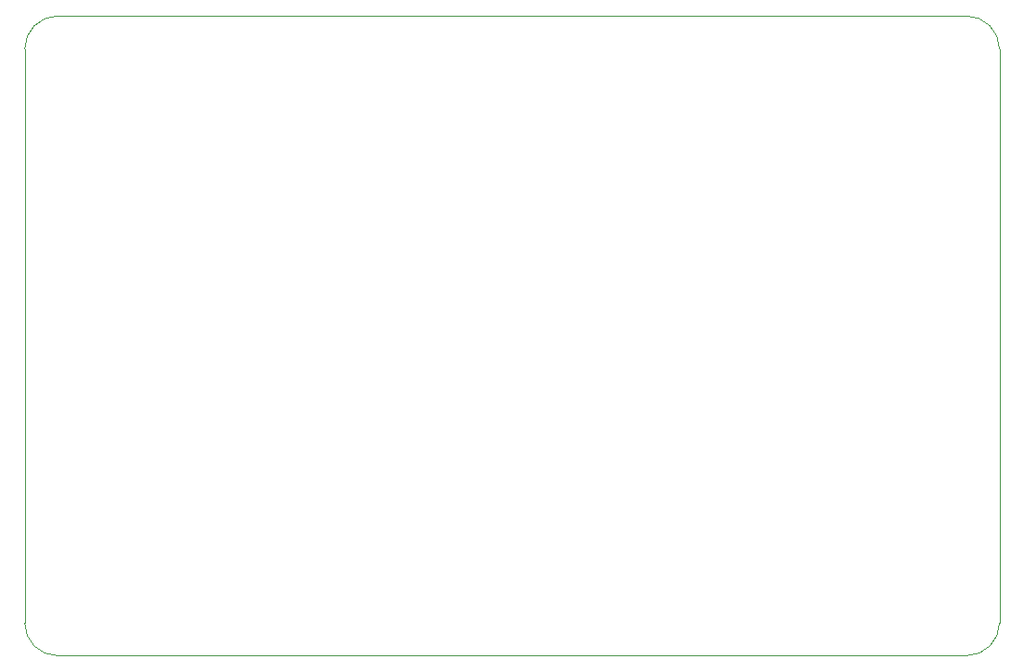
<source format=gbr>
G04 #@! TF.GenerationSoftware,KiCad,Pcbnew,(5.1.0)-1*
G04 #@! TF.CreationDate,2019-04-13T21:09:27-07:00*
G04 #@! TF.ProjectId,PCBv1,50434276-312e-46b6-9963-61645f706362,rev?*
G04 #@! TF.SameCoordinates,Original*
G04 #@! TF.FileFunction,Profile,NP*
%FSLAX46Y46*%
G04 Gerber Fmt 4.6, Leading zero omitted, Abs format (unit mm)*
G04 Created by KiCad (PCBNEW (5.1.0)-1) date 2019-04-13 21:09:27*
%MOMM*%
%LPD*%
G04 APERTURE LIST*
%ADD10C,0.050000*%
G04 APERTURE END LIST*
D10*
X178150000Y-124650000D02*
X178150000Y-123650000D01*
X89250000Y-123650000D02*
X89250000Y-124650000D01*
X178150000Y-123650000D02*
X178150000Y-120150000D01*
X89250000Y-123650000D02*
X89250000Y-120150000D01*
X178150000Y-74550000D02*
X178150000Y-72300000D01*
X175150000Y-69300000D02*
G75*
G02X178150000Y-72300000I0J-3000000D01*
G01*
X178150000Y-120150000D02*
X178150000Y-74550000D01*
X173350000Y-127650000D02*
X174000000Y-127650000D01*
X174000000Y-127650000D02*
X175150000Y-127650000D01*
X178150000Y-124650000D02*
G75*
G02X175150000Y-127650000I-3000000J0D01*
G01*
X89250000Y-72300000D02*
X89250000Y-120150000D01*
X89250000Y-72300000D02*
G75*
G02X92250000Y-69300000I3000000J0D01*
G01*
X92250000Y-127650000D02*
G75*
G02X89250000Y-124650000I0J3000000D01*
G01*
X94750000Y-127650000D02*
X92250000Y-127650000D01*
X173350000Y-127650000D02*
X94750000Y-127650000D01*
X92250000Y-69300000D02*
X175150000Y-69300000D01*
M02*

</source>
